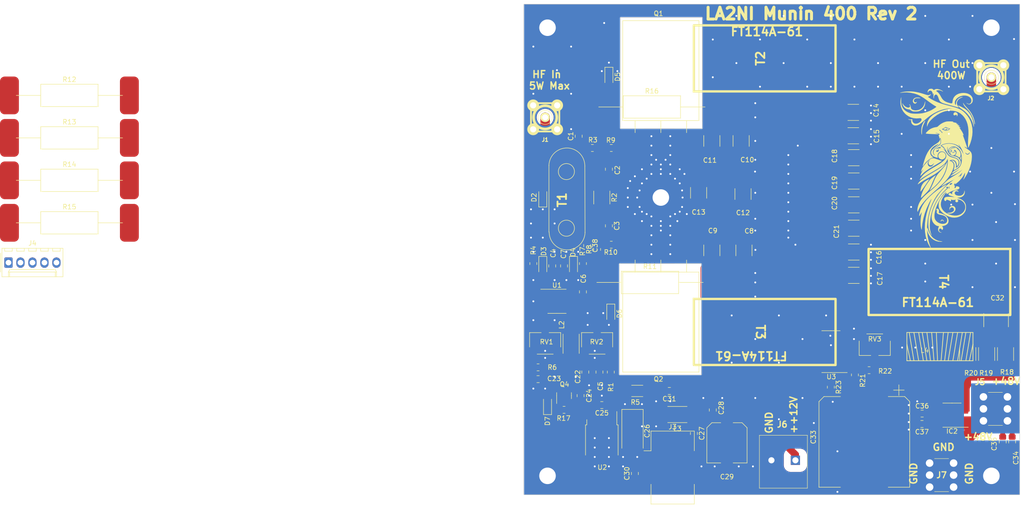
<source format=kicad_pcb>
(kicad_pcb (version 20221018) (generator pcbnew)
  (layers (0 "F.Cu" signal) (31 "B.Cu" signal) (34 "B.Paste" user) (35 "F.Paste" user) (36 "B.SilkS" user "B.Silkscreen") (37 "F.SilkS" user "F.Silkscreen") (38 "B.Mask" user) (39 "F.Mask" user) (44 "Edge.Cuts" user))
  (net 0 "")
  (net 1 "Net-(T1-SB)")
  (net 2 "Net-(C2-Pad2)")
  (net 3 "Net-(T1-SA)")
  (net 4 "Net-(C3-Pad2)")
  (net 5 "Net-(D3-A)")
  (net 6 "GND")
  (net 7 "Net-(C5-Pad1)")
  (net 8 "Net-(U1C-V+)")
  (net 9 "Net-(D4-A)")
  (net 10 "Net-(Q2-D)")
  (net 11 "Net-(D6-A1)")
  (net 12 "Net-(Q1-D)")
  (net 13 "Net-(D5-A2)")
  (net 14 "Net-(T2-SA)")
  (net 15 "Net-(T2-AB)")
  (net 16 "Net-(T4-SB)")
  (net 17 "Net-(T3-AB)")
  (net 18 "Net-(T4-AA)")
  (net 19 "Net-(Q4-D)")
  (net 20 "5V")
  (net 21 "Net-(U2-VI)")
  (net 22 "+12V")
  (net 23 "PTT_IN")
  (net 24 "+48V")
  (net 25 "Net-(IC2-FILTER)")
  (net 26 "Net-(D2-A2)")
  (net 27 "Net-(D3-K)")
  (net 28 "Net-(D4-K)")
  (net 29 "Net-(D7-A)")
  (net 30 "Net-(IC2-IP-_1)")
  (net 31 "Net-(IC2-VOUT)")
  (net 32 "Net-(J2-In)")
  (net 33 "A6")
  (net 36 "Net-(C8-Pad2)")
  (net 37 "Net-(C10-Pad2)")
  (net 38 "Net-(U3A--)")
  (net 39 "Net-(R21-Pad2)")
  (net 40 "Net-(R22-Pad1)")
  (net 48 "Net-(R1-Pad2)")
  (footprint "SMA_PINS:SMA_PINS" (layer "F.Cu") (at 54.5 88.99886)
    (fp_text reference "J1")
    (fp_text value "Conn_Coaxial" hide)
  )
  (footprint "Capacitor_SMD:C_0805_2012Metric_Pad1.18x1.45mm_HandSolder" (layer "F.Cu") (at 58.5 120.5 90)
    (fp_text reference "C7")
    (fp_text value "100n")
  )
  (footprint "Capacitor_SMD:C_0805_2012Metric_Pad1.18x1.45mm_HandSolder" (layer "F.Cu") (at 153.4 157.8 -90)
    (fp_text reference "C34")
    (fp_text value "1u")
  )
  (footprint "7461057:7461057" (layer "F.Cu") (at 147.32 148.26)
    (fp_text reference "J5")
    (fp_text value "Wurth Redcube 7461057" hide)
  )
  (footprint "Lib:Munin" (layer "F.Cu") (at 137.5 100)
    (fp_text reference "G***" hide)
    (fp_text value "LOGO" hide)
  )
  (footprint "Resistor_feedB:R_Axial_DIN0414_L11.9mm_D4.5mm_P25.40mm_Horizontal" (layer "F.Cu") (at 64.4 86.8)
    (fp_text reference "R16")
    (fp_text value "470R")
  )
  (footprint "Capacitor_SMD:C_1812_4532Metric_Pad1.57x3.40mm_HandSolder" (layer "F.Cu") (at 119.8625 117.55)
    (fp_text reference "C16")
    (fp_text value "100n" hide)
  )
  (footprint "Resistor_feedB:R_Axial_DIN0414_L11.9mm_D4.5mm_P25.40mm_Horizontal" (layer "F.Cu") (at -58.955 111.355)
    (fp_text reference "R15")
    (fp_text value "470R")
  )
  (footprint "Resistor_feedB:R_Axial_DIN0414_L11.9mm_D4.5mm_P25.40mm_Horizontal" (layer "F.Cu") (at -58.955 93.355)
    (fp_text reference "R13")
    (fp_text value "470R")
  )
  (footprint "Capacitor_SMD:C_0805_2012Metric_Pad1.18x1.45mm_HandSolder" (layer "F.Cu") (at 53 144.5 180)
    (fp_text reference "C23")
    (fp_text value "1u")
  )
  (footprint "Connector_IDC:IDC-Header_2x03_P2.54mm_Vertical_SMD" (layer "F.Cu") (at 81.5 163.24)
    (fp_text reference "J3")
    (fp_text value "Conn_02x03_Odd_Even")
  )
  (footprint "Potentiometer_SMD:Potentiometer_Bourns_3269W_Vertical" (layer "F.Cu") (at 124.3 137.2)
    (fp_text reference "RV3")
    (fp_text value "1k")
  )
  (footprint "MountingHole:MountingHole_3.5mm_Pad_TopBottom" (layer "F.Cu") (at 149 70)
    (fp_text reference "H4" hide)
    (fp_text value "MountingHole_Pad")
  )
  (footprint "Diode_SMD:D_SOD-323_HandSoldering" (layer "F.Cu") (at 54 106 90)
    (fp_text reference "D2")
    (fp_text value "CDSOD323-TC15")
  )
  (footprint "Capacitor_SMD:C_1812_4532Metric_Pad1.57x3.40mm_HandSolder" (layer "F.Cu") (at 119.8625 97.55)
    (fp_text reference "C18")
    (fp_text value "100n")
  )
  (footprint "Resistor_SMD:R_0805_2012Metric_Pad1.20x1.40mm_HandSolder" (layer "F.Cu") (at 115 146.2 -90)
    (fp_text reference "R23")
    (fp_text value "100R")
  )
  (footprint "Resistor_SMD:R_0805_2012Metric_Pad1.20x1.40mm_HandSolder" (layer "F.Cu") (at 68.5 116)
    (fp_text reference "R10")
    (fp_text value "1R")
  )
  (footprint "Capacitor_SMD:C_0805_2012Metric_Pad1.18x1.45mm_HandSolder" (layer "F.Cu") (at 86 156 -90)
    (fp_text reference "C27")
    (fp_text value "100n")
  )
  (footprint "Capacitor_SMD:C_1812_4532Metric_Pad1.57x3.40mm_HandSolder" (layer "F.Cu") (at 87 105 90)
    (fp_text reference "C13")
    (fp_text value "TBD")
  )
  (footprint "Diode_SMD:D_SOD-323_HandSoldering" (layer "F.Cu") (at 68 80.4 -90)
    (fp_text reference "D5")
    (fp_text value "CDSOD323-TC03")
  )
  (footprint "Resistor_SMD:R_0805_2012Metric_Pad1.20x1.40mm_HandSolder" (layer "F.Cu") (at 65.5 117 -90)
    (fp_text reference "R8")
    (fp_text value "22R")
  )
  (footprint "Capacitor_Tantalum_SMD:CP_EIA-7343-31_Kemet-D_Pad2.25x2.55mm_HandSolder" (layer "F.Cu") (at 73 155.5 -90)
    (fp_text reference "C26")
    (fp_text value "10u")
  )
  (footprint "MountingHole:MountingHole_3.5mm_Pad_TopBottom" (layer "F.Cu") (at 149 165)
    (fp_text reference "H2" hide)
    (fp_text value "MountingHole_Pad")
  )
  (footprint "Capacitor_SMD:CP_Elec_18x17.5" (layer "F.Cu") (at 122.1 157.8 -90)
    (fp_text reference "C33")
    (fp_text value "330u/63V")
  )
  (footprint "Capacitor_SMD:C_2220_5650Metric_Pad1.97x5.40mm_HandSolder" (layer "F.Cu") (at 150 132 90)
    (fp_text reference "C32")
    (fp_text value "22u/63V")
  )
  (footprint "Fair-Rite_2743021447:Fair-Rite_2743021447" (layer "F.Cu") (at 82.5 152 180)
    (fp_text reference "L3")
    (fp_text value "2743021447")
  )
  (footprint "Package_SO:SOIC-14_3.9x8.7mm_P1.27mm" (layer "F.Cu") (at 115.025 138.67 180)
    (fp_text reference "U3")
    (fp_text value "LMC660AIM_NOPB")
  )
  (footprint "Resistor_feedB:R_Axial_DIN0414_L11.9mm_D4.5mm_P25.40mm_Horizontal" (layer "F.Cu") (at -58.955 84.355)
    (fp_text reference "R12")
    (fp_text value "470R")
  )
  (footprint "Resistor_feedB:R_Axial_DIN0414_L11.9mm_D4.5mm_P25.40mm_Horizontal" (layer "F.Cu") (at -58.955 102.355)
    (fp_text reference "R14")
    (fp_text value "470R")
  )
  (footprint "Capacitor_SMD:C_0805_2012Metric_Pad1.18x1.45mm_HandSolder" (layer "F.Cu") (at 62.5 126 90)
    (fp_text reference "C6")
    (fp_text value "1u")
  )
  (footprint "Connector_Molex:Molex_KK-254_AE-6410-05A_1x05_P2.54mm_Vertical" (layer "F.Cu") (at -59.16 119.8)
    (fp_text reference "J4")
    (fp_text value "To P.A.")
  )
  (footprint "Resistor_SMD:R_0805_2012Metric_Pad1.20x1.40mm_HandSolder" (layer "F.Cu") (at 53 142)
    (fp_text reference "R6")
    (fp_text value "1.2k")
  )
  (footprint "Capacitor_SMD:C_1812_4532Metric_Pad1.57x3.40mm_HandSolder" (layer "F.Cu") (at 119.8625 122.5)
    (fp_text reference "C17")
    (fp_text value "100n")
  )
  (footprint "1711725:1711725" (layer "F.Cu") (at 107.5 161.7 180)
    (fp_text reference "J6")
    (fp_text value "Phoenix/1711725" hide)
  )
  (footprint "Diode_SMD:D_SOD-323_HandSoldering" (layer "F.Cu") (at 60.5 120.5 -90)
    (fp_text reference "D4")
    (fp_text value "BAS16J")
  )
  (footprint "Capacitor_SMD:C_1812_4532Metric_Pad1.57x3.40mm_HandSolder" (layer "F.Cu") (at 89.8 94 90)
    (fp_text reference "C11")
    (fp_text value "1u/250V")
  )
  (footprint "Capacitor_SMD:C_0805_2012Metric_Pad1.18x1.45mm_HandSolder" (layer "F.Cu") (at 62 148 90)
    (fp_text reference "C24")
    (fp_text value "1u")
  )
  (footprint "Capacitor_SMD:C_1812_4532Metric_Pad1.57x3.40mm_HandSolder" (layer "F.Cu") (at 119.7625 92.9)
    (fp_text reference "C15")
    (fp_text value "100n")
  )
  (footprint "Capacitor_SMD:C_1812_4532Metric_Pad1.57x3.40mm_HandSolder" (layer "F.Cu") (at 119.8625 102.5)
    (fp_text reference "C19")
    (fp_text value "100n")
  )
  (footprint "Capacitor_SMD:C_0805_2012Metric_Pad1.18x1.45mm_HandSolder" (layer "F.Cu") (at 68 100 90)
    (fp_text reference "C2")
    (fp_text value "10n")
  )
  (footprint "Resistor_SMD:R_1812_4532Metric_Pad1.30x3.40mm_HandSolder" (layer "F.Cu") (at 66.5 106 -90)
    (fp_text reference "R2")
    (fp_text value "5R6")
  )
  (footprint "Capacitor_SMD:C_1812_4532Metric_Pad1.57x3.40mm_HandSolder" (layer "F.Cu") (at 89.8 117.2 -90)
    (fp_text reference "C9")
    (fp_text value "10n/250V")
  )
  (footprint "Capacitor_SMD:C_0805_2012Metric_Pad1.18x1.45mm_HandSolder" (layer "F.Cu") (at 80.8 147 180)
    (fp_text reference "C31")
    (fp_text value "1u")
  )
  (footprint "Package_SO:SOIC-8_3.9x4.9mm_P1.27mm" (layer "F.Cu") (at 57 128)
    (fp_text reference "U1")
    (fp_text value "LM358")
  )
  (footprint "Capacitor_SMD:C_0805_2012Metric_Pad1.18x1.45mm_HandSolder" (layer "F.Cu") (at 134.3375 151.8 180)
    (fp_text reference "C36")
    (fp_text value "1n")
  )
  (footprint "Capacitor_SMD:C_0805_2012Metric_Pad1.18x1.45mm_HandSolder" (layer "F.Cu") (at 63 143 -90)
    (fp_text reference locked "C22")
    (fp_text value "100n")
  )
  (footprint "Capacitor_SMD:C_1812_4532Metric_Pad1.57x3.40mm_HandSolder" (layer "F.Cu") (at 96.4 105.2625 90)
    (fp_text reference "C12")
    (fp_text value "TBD")
  )
  (footprint "Capacitor_SMD:C_0805_2012Metric_Pad1.18x1.45mm_HandSolder" (layer "F.Cu") (at 134.3 154 180)
    (fp_text reference "C37")
    (fp_text value "1u")
  )
  (footprint "MountingHole:MountingHole_3.5mm_Pad_TopBottom" (layer "F.Cu") (at 55 165)
    (fp_text reference "H1" hide)
    (fp_text value "MountingHole_Pad")
  )
  (footprint "Potentiometer_SMD:Potentiometer_Bourns_3269W_Vertical" (layer "F.Cu") (at 54.5 136.915 180)
    (fp_text reference "RV1")
    (fp_text value "10k")
  )
  (footprint "Capacitor_SMD:C_0805_2012Metric_Pad1.18x1.45mm_HandSolder" (layer "F.Cu") (at 73.5 164.5 90)
    (fp_text reference "C30")
    (fp_text value "10n")
  )
  (footprint "Package_SO:SOIC-8_3.9x4.9mm_P1.27mm" (layer "F.Cu") (at 140.6625 152.135 180)
    (fp_text reference "IC2")
    (fp_text value "ACHS-7123-000E")
  )
  (footprint "Capacitor_SMD:C_0805_2012Metric_Pad1.18x1.45mm_HandSolder" (layer "F.Cu") (at 56 120.5 90)
    (fp_text reference "C4")
    (fp_text value "100n")
  )
  (footprint "Resistor_SMD:R_1812_4532Metric_Pad1.30x3.40mm_HandSolder" (layer "F.Cu") (at 144 139.175 -90)
    (fp_text reference "R20")
    (fp_text value "4R7")
  )
  (footprint "Resistor_SMD:R_0805_2012Metric_Pad1.20x1.40mm_HandSolder" (layer "F.Cu") (at 62.5 120 -90)
    (fp_text reference "R7")
    (fp_text value "220R")
  )
  (footprint "Potentiometer_SMD:Potentiometer_Bourns_3269W_Vertical" (layer "F.Cu") (at 65.5 136.915 180)
    (fp_text reference "RV2")
    (fp_text value "10k")
  )
  (footprint "Resistor_feedB:R_Axial_DIN0414_L11.9mm_D4.5mm_P25.40mm_Horizontal" (layer "F.Cu") (at 64 124)
    (fp_text reference "R11")
    (fp_text value "470R")
  )
  (footprint "Capacitor_SMD:C_0805_2012Metric_Pad1.18x1.45mm_HandSolder" (layer "F.Cu") (at 90 151.0375 90)
    (fp_text reference "C28")
    (fp_text value "100n")
  )
  (footprint "MRF300BN:TO-247-3_Horizontal_TabUp" (layer "F.Cu") (at 73.55 116.8475)
    (fp_text reference "Q2")
    (fp_text value "MRF300BN tab up")
  )
  (footprint "Capacitor_SMD:C_Elec_8x10.2" (layer "F.Cu") (at 93 158 -90)
    (fp_text reference "C29")
    (fp_text value "220u")
  )
  (footprint "Resistor_SMD:R_0805_2012Metric_Pad1.20x1.40mm_HandSolder" (layer "F.Cu") (at 52 120 -90)
    (fp_text reference "R4")
    (fp_text value "220R")
  )
  (footprint "Resistor_SMD:R_MELF_MMB-0207" (layer "F.Cu") (at 74 147)
    (fp_text reference "R5")
    (fp_text value "NTC10K")
  )
  (footprint "MountingHole:MountingHole_3.5mm_Pad_TopBottom" (layer "F.Cu") (at 79 106)
    (fp_text reference "H5" hide)
    (fp_text value "MountingHole_Pad")
  )
  (footprint "T50:T50_V_smd" (layer "F.Cu") (at 138.1 137.6 180)
    (fp_text reference "L4")
    (fp_text value "FT82-61?")
  )
  (footprint "Capacitor_SMD:C_0805_2012Metric_Pad1.18x1.45mm_HandSolder" (layer "F.Cu") (at 66 143 -90)
    (fp_text reference "C5")
    (fp_text value "100n")
  )
  (footprint "Diode_SMD:D_SOD-323_HandSoldering" (layer "F.Cu") (at 55 150 90)
    (fp_text reference "D7")
    (fp_text value "BAS16J")
  )
  (footprint "Resistor_SMD:R_0805_2012Metric_Pad1.20x1.40mm_HandSolder" (layer "F.Cu") (at 64.5 95.5 180)
    (fp_text reference "R3")
    (fp_text value "22R")
  )
  (footprint "FT114A:FT114A-61_out" (layer "F.Cu") (at 138 123.9 -90)
    (fp_text reference "T4")
    (fp_text value "5961001201")
  )
  (footprint "Diode_SMD:D_SOD-323_HandSoldering" (layer "F.Cu") (at 68.4 130.6 -90)
    (fp_text reference "D6")
    (fp_text value "CDSOD323-TC03")
  )
  (footprint "Resistor_SMD:R_1812_4532Metric_Pad1.30x3.40mm_HandSolder" (layer "F.Cu") (at 152 139.175 -90)
    (fp_text reference "R18")
    (fp_text value "4R7")
  )
  (footprint "MRF300AN:TO-247-3_Horizontal_TabDown" (layer "F.Cu") (at 73.55 94.6525)
    (fp_text reference "Q1")
    (fp_text value "MRF300AN tab dwn")
  )
  (footprint "Package_TO_SOT_SMD:SOT-23" (layer "F.Cu") (at 58.5 148 90)
    (fp_text reference "Q4")
    (fp_text value "BSS84")
  )
  (footprint "Capacitor_SMD:C_0805_2012Metric_Pad1.18x1.45mm_HandSolder" (layer "F.Cu") (at 151.4 157.8 -90)
    (fp_text reference "C35")
    (fp_text value "100n")
  )
  (footprint "7461057:7461057" (layer "F.Cu") (at 135.92 162.3)
    (fp_text reference "J7")
    (fp_text value "Wurth Redcube 7461057" hide)
  )
  (footprint "FT114A:FT114A-61_B" (layer "F.Cu") (at 101 134.5 -90)
    (fp_text reference "T3")
    (fp_text value "5961001201")
  )
  (footprint "BN43-202-master:BN43-202" (layer "F.Cu") (at 59 106.5 90)
    (fp_text reference "T1")
    (fp_text value "BN43-202  3:1")
  )
  (footprint "Capacitor_SMD:C_0805_2012Metric_Pad1.18x1.45mm_HandSolder" (layer "F.Cu") (at 66.5 150 180)
    (fp_text reference "C25")
    (fp_text value "1u")
  )
  (footprint "Capacitor_SMD:C_0805_2012Metric" (layer "F.Cu") (at 61.6 93 90)
    (fp_text reference "C1")
    (fp_text value "100n")
  )
  (footprint "Capacitor_SMD:C_0805_2012Metric" (layer "F.Cu") (at 63.4 116.2 -90)
    (fp_text reference "C38")
    (fp_text value "100n")
  )
  (footprint "Capacitor_SMD:C_1812_4532Metric_Pad1.57x3.40mm_HandSolder" (layer "F.Cu") (at 96.6 117.2 -90)
    (fp_text reference "C8")
    (fp_text value "1u/250V")
  )
  (footprint "Resistor_SMD:R_1812_4532Metric_Pad1.30x3.40mm_HandSolder" (layer "F.Cu") (at 148 139.175 -90)
    (fp_text reference "R19")
    (fp_text value "4R7")
  )
  (footprint "Capacitor_SMD:C_1812_4532Metric_Pad1.57x3.40mm_HandSolder" (layer "F.Cu") (at 119.8625 112.5)
    (fp_text reference "C21")
    (fp_text value "100n")
  )
  (footprint "Package_TO_SOT_SMD:TO-252-2" (layer "F.Cu") (at 66.5 157.5 -90)
    (fp_text reference "U2")
    (fp_text value "LM78M05_TO252")
  )
  (footprint "MountingHole:MountingHole_3.5mm_Pad_TopBottom" (layer "F.Cu") (at 55 70)
    (fp_text reference "H3" hide)
    (fp_text value "MountingHole_Pad")
  )
  (footprint "Fair-Rite_2743021447:Fair-Rite_2743021447" (layer "F.Cu") (at 60 137 -90)
    (fp_text reference locked "L2")
    (fp_text value "2743021447")
  )
  (footprint "Capacitor_SMD:C_1812_4532Metric_Pad1.57x3.40mm_HandSolder" (layer "F.Cu") (at 96 94 90)
    (fp_text reference "C10")
    (fp_text value "10n/250V")
  )
  (footprint "Capacitor_SMD:C_1812_4532Metric_Pad1.57x3.40mm_HandSolder" (layer "F.Cu") (at 119.7625 87.95)
    (fp_text reference "C14")
    (fp_text value "100n")
  )
  (footprint "FT114A:FT114A-61" (layer "F.Cu") (at 101 76.5 90)
    (fp_text reference "T2")
    (fp_text value "5961001201")
  )
  (footprint "Resistor_SMD:R_0805_2012Metric_Pad1.20x1.40mm_HandSolder" (layer "F.Cu") (at 123.1 142.6 180)
    (fp_text reference "R22")
    (fp_text value "10k")
  )
  (footprint "Resistor_SMD:R_0805_2012Metric_Pad1.20x1.40mm_HandSolder" (layer "F.Cu") (at 120.1 143.6 -90)
    (fp_text reference "R21")
    (fp_text value "27k")
  )
  (footprint "Resistor_SMD:R_0805_2012Metric_Pad1.20x1.40mm_HandSolder" (layer "F.Cu") (at 68.4 143 -90)
    (fp_text reference "R1")
    (fp_text value "6K8")
  )
  (footprint "SMA_PINS:SMA_PINS" (layer "F.Cu") (at 149 80.5 180)
    (fp_text reference "J2")
    (fp_text value "Conn_Coaxial" hide)
  )
  (footprint "Resistor_SMD:R_0805_2012Metric_Pad1.20x1.40mm_HandSolder" (layer "F.Cu") (at 58.5 151)
    (fp_text reference "R17")
    (fp_text value "10k")
  )
  (footprint "Resistor_SMD:R_0805_2012Metric_Pad1.20x1.40mm_HandSolder" (layer "F.Cu") (at 68.5 95.5)
    (fp_text reference "R9")
    (fp_text value "1R")
  )
  (footprint "Capacitor_SMD:C_0805_2012Metric_Pad1.18x1.45mm_HandSolder" (layer "F.Cu") (at 68 112 -90)
    (fp_text reference "C3")
    (fp_text value "10n")
  )
  (footprint "Capacitor_SMD:C_1812_4532Metric_Pad1.57x3.40mm_HandSolder" (layer "F.Cu") (at 119.8625 107.55)
    (fp_text reference "C20")
    (fp_text value "100n")
  )
  (footprint "Diode_SMD:D_SOD-323_HandSoldering" (layer "F.Cu") (at 54 120.5 -90)
    (fp_text reference "D3")
    (fp_text value "BAS16J")
  )
  (gr_rect (start 70.2 120) (end 87.6 143.6) (stroke (width 0.1)) (fill none) (layer "Edge.Cuts"))
  (gr_rect (start 70.4 67.8) (end 87.8 91.4) (stroke (width 0.1)) (fill none) (layer "Edge.Cuts"))
  (gr_rect (start 50 65) (end 155 169) (stroke (width 0.1)) (fill none) (layer "Edge.Cuts"))
  (gr_text "HF In \n5W Max" (at 55.4 83.2) (layer "F.SilkS") (effects (font (size 1.5 1.5) (thickness 0.3) bold) (justify bottom)))
  (gr_text "++12V" (at 108 156.2 90) (layer "F.SilkS") (effects (font (size 1.5 1.5) (thickness 0.3) bold) (justify left bottom)))
  (gr_text "GND" (at 145.2 167 90) (layer "F.SilkS") (effects (font (size 1.5 1.5) (thickness 0.3) bold) (justify left bottom)))
  (gr_text "+48V" (at 143 157.6) (layer "F.SilkS") (effects (font (size 1.5 1.5) (thickness 0.3) bold) (justify left bottom)))
  (gr_text "GND" (at 102.8 156.2 90) (layer "F.SilkS") (effects (font (size 1.5 1.5) (thickness 0.3) bold) (justify left bottom)))
  (gr_text "+48V" (at 148.9 145.8) (layer "F.SilkS") (effects (font (size 1.5 1.5) (thickness 0.3) bold) (justify left bottom)))
  (gr_text "GND" (at 136.4 159.8) (layer "F.SilkS") (effects (font (size 1.5 1.5) (thickness 0.3) bold) (justify left bottom)))
  (gr_text "LA2NI Munin 400 Rev 2\n" (at 88 68.5) (layer "F.SilkS") (effects (font (size 2.5 2.5) (thickness 0.625) bold) (justify left bottom)))
  (gr_text "GND" (at 133.4 167 90) (layer "F.SilkS") (effects (font (size 1.5 1.5) (thickness 0.3) bold) (justify left bottom)))
  (gr_text "HF Out\n400W" (at 140.5 81) (layer "F.SilkS") (effects (font (size 1.5 1.5) (thickness 0.3) bold) (justify bottom)))
  (segment (start 64 101.275) (end 66.5 103.775) (width 1.5) (layer "F.Cu") (net 1))
  (segment (start 68 102.275) (end 66.5 103.775) (width 1) (layer "F.Cu") (net 1))
  (segment (start 64 100.5) (end 64 101.275) (width 1.5) (layer "F.Cu") (net 1))
  (segment (start 68 101.0375) (end 68 102.275) (width 1) (layer "F.Cu") (net 1))
  (segment (start 67.5 98.4625) (end 68 98.9625) (width 0.7) (layer "F.Cu") (net 2))
  (segment (start 67.5 95.5) (end 67.5 98.4625) (width 0.7) (layer "F.Cu") (net 2))
  (segment (start 65.5 95.5) (end 67.5 95.5) (width 0.7) (layer "F.Cu") (net 2))
  (segment (start 68 110.9625) (end 68 109.725) (width 1) (layer "F.Cu") (net 3))
  (segment (start 66.5 108.225) (end 66.5 109) (width 1.5) (layer "F.Cu") (net 3))
  (segment (start 68 109.725) (end 66.5 108.225) (width 1) (layer "F.Cu") (net 3))
  (segment (start 66.5 109) (end 64 111.5) (width 1.5) (layer "F.Cu") (net 3))
  (segment (start 67.5 113.5375) (end 68 113.0375) (width 0.7) (layer "F.Cu") (net 4))
  (segment (start 65.5 116) (end 67.5 116) (width 0.7) (layer "F.Cu") (net 4))
  (segment (start 67.5 116) (end 67.5 113.5375) (width 0.7) (layer "F.Cu") (net 4))
  (segment (start 54.525 122.275) (end 54 121.75) (width 0.4) (layer "F.Cu") (net 5))
  (segment (start 54.525 128.635) (end 54.525 127.365) (width 0.4) (layer "F.Cu") (net 5))
  (segment (start 54.5 134.5) (end 54.5 132) (width 0.4) (layer "F.Cu") (net 5))
  (segment (start 56.5 130) (end 56.5 128) (width 0.4) (layer "F.Cu") (net 5))
  (segment (start 55.865 127.365) (end 54.525 127.365) (width 0.4) (layer "F.Cu") (net 5))
  (segment (start 54.525 127.365) (end 54.525 126.095) (width 0.4) (layer "F.Cu") (net 5))
  (segment (start 54.5 132) (end 56.5 130) (width 0.4) (layer "F.Cu") (net 5))
  (segment (start 54 121.75) (end 52.75 121.75) (width 0.7) (layer "F.Cu") (net 5))
  (segment (start 56.5 128) (end 55.865 127.365) (width 0.4) (layer "F.Cu") (net 5))
  (segment (start 54.525 126.095) (end 54.525 122.275) (width 0.4) (layer "F.Cu") (net 5))
  (segment (start 52.75 121.75) (end 52 121) (width 0.7) (layer "F.Cu") (net 5))
  (segment (start 54 121.75) (end 55.7875 121.75) (width 0.7) (layer "F.Cu") (net 5))
  (segment (start 55.7875 121.75) (end 56 121.5375) (width 0.7) (layer "F.Cu") (net 5))
  (segment (start 99 113) (end 99.8 113.8) (width 1) (layer "F.Cu") (net 6))
  (segment (start 99.55 117.1) (end 99.024874 117.1) (width 1) (layer "F.Cu") (net 6))
  (segment (start 99.6 104.9) (end 99.1 104.9) (width 1) (layer "F.Cu") (net 6))
  (segment (start 106 101) (end 106 103) (width 1.5) (layer "F.Cu") (net 6))
  (segment (start 99.6 109.9) (end 99 110.5) (width 1) (layer "F.Cu") (net 6))
  (segment (start 99 105) (end 99.6 105.6) (width 1) (layer "F.Cu") (net 6))
  (segment (start 99 98) (end 99 100.4505) (width 1) (layer "F.Cu") (net 6))
  (segment (start 106 105) (end 106 107) (width 1.5) (layer "F.Cu") (net 6))
  (segment (start 99 94) (end 99.2 94.2) (width 1) (layer "F.Cu") (net 6))
  (segment (start 99 94) (end 99.2 93.8) (width 1) (layer "F.Cu") (net 6))
  (segment (start 99.2 97.8) (end 99 98) (width 1) (layer "F.Cu") (net 6))
  (segment (start 133.3 151.2) (end 133.3 151.8) (width 0.6) (layer "F.Cu") (net 6))
  (segment (start 106 107) (end 106 109) (width 1.5) (layer "F.Cu") (net 6))
  (segment (start 99.2 94.2) (end 99.2 97.8) (width 1) (layer "F.Cu") (net 6))
  (segment (start 106 97) (end 106 99) (width 1.5) (layer "F.Cu") (net 6))
  (segment (start 106 109) (end 106 111) (width 1.5) (layer "F.Cu") (net 6))
  (segment (start 99.024874 117.100002) (end 100 118.075128) (width 1) (layer "F.Cu") (net 6))
  (segment (start 134.27 150.23) (end 133.3 151.2) (width 0.6) (layer "F.Cu") (net 6))
  (segment (start 100 121) (end 99 122) (width 1) (layer "F.Cu") (net 6))
  (segment (start 106 103) (end 106 105) (width 1.5) (layer "F.Cu") (net 6))
  (segment (start 138.1875 150.23) (end 134.27 150.23) (width 0.6) (layer "F.Cu") (net 6))
  (segment (start 106 114.5) (end 107.5 116) (width 1.5) (layer "F.Cu") (net 6))
  (segment (start 99.2 93.8) (end 99.2 89.2) (width 1) (layer "F.Cu") (net 6))
  (segment (start 99.8 116.85) (end 99.55 117.1) (width 1) (layer "F.Cu") (net 6))
  (segment (start 99.8 113.8) (end 99.8 116.85) (width 1) (layer "F.Cu") (net 6))
  (segment (start 98.9505 100.5) (end 99.6 101.1495) (width 1) (layer "F.Cu") (net 6))
  (segment (start 99 100.4505) (end 98.9505 100.5) (width 1) (layer "F.Cu") (net 6))
  (segment (start 99.2 89.2) (end 99 89) (width 1) (layer "F.Cu") (net 6))
  (segment (start 99.1 104.9) (end 99 105) (width 1) (layer "F.Cu") (net 6))
  (segment (start 106 113) (end 106 114.5) (width 1.5) (layer "F.Cu") (net 6))
  (segment (start 106 99) (end 106 101) (width 1.5) (layer "F.Cu") (net 6))
  (segment (start 108 95) (end 106 97) (width 1.5) (layer "F.Cu") (net 6))
  (segment (start 99.6 105.6) (end 99.6 109.9) (width 1) (layer "F.Cu") (net 6))
  (segment (start 106 111) (end 106 113) (width 1.5) (layer "F.Cu") (net 6))
  (segment (start 99 110.5) (end 99 113) (width 1) (layer "F.Cu") (net 6))
  (segment (start 99.6 101.1495) (end 99.6 104.9) (width 1) (layer "F.Cu") (net 6))
  (segment (start 100 118.075128) (end 100 121) (width 1) (layer "F.Cu") (net 6))
  (via (at 54.5 146.5) (size 0.8) (drill 0.4) (layers "F.Cu" "B.Cu") (net 6))
  (via (at 99 124) (size 0.8) (drill 0.4) (layers "F.Cu" "B.Cu") (net 6))
  (via (at 135 77.5) (size 0.8) (drill 0.4) (layers "F.Cu" "B.Cu") (net 6))
  (via (at 75 154.5) (size 0.8) (drill 0.4) (layers "F.Cu" "B.Cu") (net 6))
  (via (at 69.8 79.2) (size 0.8) (drill 0.4) (layers "F.Cu" "B.Cu") (net 6))
  (via (at 72 106) (size 0.8) (drill 0.4) (layers "F.Cu" "B.Cu") (net 6))
  (via (at 106 103) (size 0.8) (drill 0.4) (layers "F.Cu" "B.Cu") (net 6))
  (via (at 77 101) (size 0.8) (drill 0.4) (layers "F.Cu" "B.Cu") (net 6))
  (via (at 132 113) (size 0.8) (drill 0.4) (layers "F.Cu" "B.Cu") (net 6))
  (via (at 74.5 104.5) (size 0.8) (drill 0.4) (layers "F.Cu" "B.Cu") (net 6))
  (via (at 77 118) (size 0.8) (drill 0.4) (layers "F.Cu" "B.Cu") (net 6))
  (via (at 110 82.5) (size 0.8) (drill 0.4) (layers "F.Cu" "B.Cu") (net 6))
  (via (at 145 67.5) (size 0.8) (drill 0.4) (layers "F.Cu" "B.Cu") (net 6))
  (via (at 65 159) (size 0.8) (drill 0.4) (layers "F.Cu" "B.Cu") (net 6))
  (via (at 99 98) (size 0.8) (drill 0.4) (layers "F.Cu" "B.Cu") (net 6))
  (via (at 65 157) (size 0.8) (drill 0.4) (layers "F.Cu" "B.Cu") (net 6))
  (via (at 72 104) (size 0.8) (drill 0.4) (layers "F.Cu" "B.Cu") (net 6))
  (via (at 80 98) (size 0.8) (drill 0.4) (layers "F.Cu" "B.Cu") (net 6))
  (via (at 123.5 89.7) (size 0.8) (drill 0.4) (layers "F.Cu" "B.Cu") (net 6))
  (via (at 135 87.5) (size 0.8) (drill 0.4) (layers "F.Cu" "B.Cu") (net 6))
  (via (at 115.4 149.3) (size 0.8) (drill 0.4) (layers "F.Cu" "B.Cu") (net 6))
  (via (at 72 108) (size 0.8) (drill 0.4) (layers "F.Cu" "B.Cu") (net 6))
  (via (at 75 149.8) (size 0.8) (drill 0.4) (layers "F.Cu" "B.Cu") (net 6))
  (via (at 60 84) (size 0.8) (drill 0.4) (layers "F.Cu" "B.Cu") (net 6))
  (via (at 71 161) (size 0.8) (drill 0.4) (layers "F.Cu" "B.Cu") (net 6))
  (via (at 98.5 163) (size 0.8) (drill 0.4) (layers "F.Cu" "B.Cu") (net 6))
  (via (at 125 82.5) (size 0.8) (drill 0.4) (layers "F.Cu" "B.Cu") (net 6))
  (via (at 68 163) (size 0.8) (drill 0.4) (layers "F.Cu" "B.Cu") (net 6))
  (via (at 83 100) (size 0.8) (drill 0.4) (layers "F.Cu" "B.Cu") (net 6))
  (via (at 52 117.5) (size 0.8) (drill 0.4) (layers "F.Cu" "B.Cu") (net 6))
  (via (at 131.5 151.8) (size 0.8) (drill 0.4) (layers "F.Cu" "B.Cu") (net 6))
  (via (at 56.5 123.5) (size 0.8) (drill 0.4) (layers "F.Cu" "B.Cu") (net 6))
  (via (at 52 84) (size 0.8) (drill 0.4) (layers "F.Cu" "B.Cu") (net 6))
  (via (at 61.5 117.5) (size 0.8) (drill 0.4) (layers "F.Cu" "B.Cu") (net 6))
  (via (at 150 120) (size 0.8) (drill 0.4) (layers "F.Cu" "B.Cu") (net 6))
  (via (at 78 98) (size 0.8) (drill 0.4) (layers "F.Cu" "B.Cu") (net 6))
  (via (at 78 154.5) (size 0.8) (drill 0.4) (layers "F.Cu" "B.Cu") (net 6))
  (via (at 73.5 101.5) (size 0.8) (drill 0.4) (layers "F.Cu" "B.Cu") (net 6))
  (via (at 144.5 82.5) (size 0.8) (drill 0.4) (layers "F.Cu" "B.Cu") (net 6))
  (via (at 109 148.5) (size 0.8) (drill 0.4) (layers "F.Cu" "B.Cu") (net 6))
  (via (at 106 105) (size 0.8) (drill 0.4) (layers "F.Cu" "B.Cu") (net 6))
  (via (at 123.5 121) (size 0.8) (drill 0.4) (layers "F.Cu" "B.Cu") (net 6))
  (via (at 109 136) (size 0.8) (drill 0.4) (layers "F.Cu" "B.Cu") (net 6))
  (via (at 106 109) (size 0.8) (drill 0.4) (layers "F.Cu" "B.Cu") (net 6))
  (via (at 132 99.5) (size 0.8) (drill 0.4) (layers "F.Cu" "B.Cu") (net 6))
  (via (at 100 82.5) (size 0.8) (drill 0.4) (layers "F.Cu" "B.Cu") (net 6))
  (via (at 66.5 148) (size 0.8) (drill 0.4) (layers "F.Cu" "B.Cu") (net 6))
  (via (at 63.5 133) (size 0.8) (drill 0.4) (layers "F.Cu" "B.Cu") (net 6))
  (via (at 99 105) (size 0.8) (drill 0.4) (layers "F.Cu" "B.Cu") (net 6))
  (via (at 123.5 117.6) (size 0.8) (drill 0.4) (layers "F.Cu" "B.Cu") (net 6))
  (via (at 74 106) (size 0.8) (drill 0.4) (layers "F.Cu" "B.Cu") (net 6))
  (via (at 145 107.5) (size 0.8) (drill 0.4) (layers "F.Cu" "B.Cu") (net 6))
  (via (at 100 72.5) (size 0.8) (drill 0.4) (layers "F.Cu" "B.Cu") (net 6))
  (via (at 81 116) (size 0.8) (drill 0.4) (layers "F.Cu" "B.Cu") (net 6))
  (via (at 90 72.5) (size 0.8) (drill 0.4) (layers "F.Cu" "B.Cu") (net 6))
  (via (at 71 163) (size 0.8) (drill 0.4) (layers "F.Cu" "B.Cu") (net 6))
  (via (at 51.5 111.5) (size 0.8) (drill 0.4) (layers "F.Cu" "B.Cu") (net 6))
  (via (at 63.8 148) (size 0.8) (drill 0.4) (layers "F.Cu" "B.Cu") (net 6))
  (via (at 130 92.5) (size 0.8) (drill 0.4) (layers "F.Cu" "B.Cu") (net 6))
  (via (at 145 125) (size 0.8) (drill 0.4) (layers "F.Cu" "B.Cu") (net 6))
  (via (at 82 109.5) (size 0.8) (drill 0.4) (layers "F.Cu" "B.Cu") (net 6))
  (via (at 83.5 104.5) (size 0.8) (drill 0.4) (layers "F.Cu" "B.Cu") (net 6))
  (via (at 82.5 111) (size 0.8) (drill 0.4) (layers "F.Cu" "B.Cu") (net 6))
  (via (at 123.5 93.1) (size 0.8) (drill 0.4) (layers "F.Cu" "B.Cu") (net 6))
  (via (at 77 110) (size 0.8) (drill 0.4) (layers "F.Cu" "B.Cu") (net 6))
  (via (at 59 123.5) (size 0.8) (drill 0.4) (layers "F.Cu" "B.Cu") (net 6))
  (via (at 51.5 114.5) (size 0.8) (drill 0.4) (layers "F.Cu" "B.Cu") (net 6))
  (via (at 56.5 108.5) (size 0.8) (drill 0.4) (layers "F.Cu" "B.Cu") (net 6))
  (via (at 149 95.5) (size 0.8) (drill 0.4) (layers "F.Cu" "B.Cu") (net 6))
  (via (at 66.8 130.5) (size 0.8) (drill 0.4) (layers "F.Cu" "B.Cu") (net 6))
  (via (at 132 108) (size 0.8) (drill 0.4) (layers "F.Cu" "B.Cu") (net 6))
  (via (at 68 159) (size 0.8) (drill 0.4) (layers "F.Cu" "B.Cu") (net 6))
  (via (at 106 97) (size 0.8) (drill 0.4) (layers "F.Cu" "B.Cu") (net 6))
  (via (at 140 92.5) (size 0.8) (drill 0.4) (layers "F.Cu" "B.Cu") (net 6))
  (via (at 125 67.5) (size 0.8) (drill 0.4) (layers "F.Cu" "B.Cu") (net 6))
  (via (at 95 67.5) (size 0.8) (drill 0.4) (layers "F.Cu" "B.Cu") (net 6))
  (via (at 77 99) (size 0.8) (drill 0.4) (layers "F.Cu" "B.Cu") (net 6))
  (via (at 99 113) (size 0.8) (drill 0.4) (layers "F.Cu" "B.Cu") (net 6))
  (via (at 94 141) (size 0.8) (drill 0.4) (layers "F.Cu" "B.Cu") (net 6))
  (via (at 140.5 107.5) (size 0.8) (drill 0.4) (layers "F.Cu" "B.Cu") (net 6))
  (via (at 65 161) (size 0.8) (drill 0.4) (layers "F.Cu" "B.Cu") (net 6))
  (via (at 150 111.2) (size 0.8) (drill 0.4) (layers "F.Cu" "B.Cu") (net 6))
  (via (at 61 144) (size 0.8) (drill 0.4) (layers "F.Cu" "B.Cu") (net 6))
  (via (at 145 77.5) (size 0.8) (drill 0.4) (layers "F.Cu" "B.Cu") (net 6))
  (via (at 77 95) (size 0.8) (drill 0.4) (layers "F.Cu" "B.Cu") (net 6))
  (via (at 115 77.5) (size 0.8) (drill 0.4) (layers "F.Cu" "B.Cu") (net 6))
  (via (at 145 115) (size 0.8) (drill 0.4) (layers "F.Cu" "B.Cu") (net 6))
  (via (at 65 138.5) (size 0.8) (drill 0.4) (layers "F.Cu" "B.Cu") (net 6))
  (via (at 59 117.5) (size 0.8) (drill 0.4) (layers "F.Cu" "B.Cu") (net 6))
  (via (at 76 109.5) (size 0.8) (drill 0.4) (layers "F.Cu" "B.Cu") (net 6))
  (via (at 111.4 153.8) (size 0.8) (drill 0.4) (layers "F.Cu" "B.Cu") (net 6))
  (via (at 75 111) (size 0.8) (drill 0.4) (layers "F.Cu" "B.Cu") (net 6))
  (via (at 144.5 100.5) (size 0.8) (drill 0.4) (layers "F.Cu" "B.Cu") (net 6))
  (via (at 154 115) (size 0.8) (drill 0.4) (layers "F.Cu" "B.Cu") (net 6))
  (via (at 99 122) (size 0.8) (drill 0.4) (layers "F.Cu" "B.Cu") (net 6))
  (via (at 90.4 163) (size 0.8) (drill 0.4) (layers "F.Cu" "B.Cu") (net 6))
  (via (at 51.5 108.5) (size 0.8) (drill 0.4) (layers "F.Cu" "B.Cu") (net 6))
  (via (at 154 107.4) (size 0.8) (drill 0.4) (layers "F.Cu" "B.Cu") (net 6))
  (via (at 61.5 123.5) (size 0.8) (drill 0.4) (layers "F.Cu" "B.Cu") (net 6))
  (via (at 81 101) (size 0.8) (drill 0.4) (layers "F.Cu" "B.Cu") (net 6))
  (via (at 56.5 111.5) (size 0.8) (drill 0.4) (layers "F.Cu" "B.Cu") (net 6))
  (via (at 114 131) (size 0.8) (drill 0.4) (layers "F.Cu" "B.Cu") (net 6))
  (via (at 140 72.5) (size 0.8) (drill 0.4) (layers "F.Cu" "B.Cu") (net 6))
  (via (at 84.5 109.5) (size 0.8) (drill 0.4) (layers "F.Cu" "B.Cu") (net 6))
  (via (at 98.9505 100.5) (size 0.8) (drill 0.4) (layers "F.Cu" "B.Cu") (net 6))
  (via (at 99 127) (size 0.8) (drill 0.4) (layers "F.Cu" "B.Cu") (net 6))
  (via (at 83 109) (size 0.8) (drill 0.4) (layers "F.Cu" "B.Cu") (net 6))
  (via (at 54 108.5) (size 0.8) (drill 0.4) (layers "F.Cu" "B.Cu") (net 6))
  (via (at 116.4 159.8) (size 0.8) (drill 0.4) (layers "F.Cu" "B.Cu") (net 6))
  (via (at 81 118) (size 0.8) (drill 0.4) (layers "F.Cu" "B.Cu") (net 6))
  (via (at 83.6 106) (size 0.8) (drill 0.4) (layers "F.Cu" "B.Cu") (net 6))
  (via (at 119.9 133.8) (size 0.8) (drill 0.4) (layers "F.Cu" "B.Cu") (net 6))
  (via (at 63.5 130.5) (size 0.8) (drill 0.4) (layers "F.Cu" "B.Cu") (net 6))
  (via (at 52 146.5) (size 0.8) (drill 0.4) (layers "F.Cu" "B.Cu") (net 6))
  (via (at 106 111) (size 0.8) (drill 0.4) (layers "F.Cu" "B.Cu") (net 6))
  (via (at 65 163) (size 0.8) (drill 0.4) (layers "F.Cu" "B.Cu") (net 6))
  (via (at 68 77.4) (size 0.8) (drill 0.4) (layers "F.Cu" "B.Cu") (net 6))
  (via (at 60 91.5) (size 0.8) (drill 0.4) (layers "F.Cu" "B.Cu") (net 6))
  (via (at 66.5 79.2) (size 0.8) (drill 0.4) (layers "F.Cu" "B.Cu") (net 6))
  (via (at 140 87.5) (size 0.8) (drill 0.4) (layers "F.Cu" "B.Cu") (net 6))
  (via (at 99 136) (size 0.8) (drill 0.4) (layers "F.Cu" "B.Cu") (net 6))
  (via (at 132 102) (size 0.8) (drill 0.4) (layers "F.Cu" "B.Cu") (net 6))
  (via (at 119.9 136) (size 0.8) (drill 0.4) (layers "F.Cu" "B.Cu") (net 6))
  (via (at 130 82.5) (size 0.8) (drill 0.4) (layers "F.Cu" "B.Cu") (net 6))
  (via (at 135 120) (size 0.8) (drill 0.4) (layers "F.Cu" "B.Cu") (net 6))
  (via (at 135 123.8) (size 0.8) (drill 0.4) (layers "F.Cu" "B.Cu") (net 6))
  (via (at 106 107) (size 0.8) (drill 0.4) (layers "F.Cu" "B.Cu") (net 6))
  (via (at 68 161) (size 0.8) (drill 0.4) (layers "F.Cu" "B.Cu") (net 6))
  (via (at 130 72.5) (size 0.8) (drill 0.4) (layers "F.Cu" "B.Cu") (net 6))
  (via (at 132 97) (size 0.8) (drill 0.4) (layers "F.Cu" "B.Cu") (net 6))
  (via (at 78 149.2) (size 0.8) (drill 0.4) (layers "F.Cu" "B.Cu") (net 6))
  (via (at 92 148.5) (size 0.8) (drill 0.4) (layers "F.Cu" "B.Cu") (net 6))
  (via (at 120 72.5) (size 0.8) (drill 0.4) (layers "F.Cu" "B.Cu") (net 6))
  (via (at 123.5 86.5) (size 0.8) (drill 0.4) (layers "F.Cu" "B.Cu") (net 6))
  (via (at 125 77.5) (size 0.8) (drill 0.4) (layers "F.Cu" "B.Cu") (net 6))
  (via (at 133.3 149.2) (size 0.8) (drill 0.4) (layers "F.Cu" "B.Cu") (net 6))
  (via (at 105 77.5) (size 0.8) (drill 0.4) (layers "F.Cu" "B.Cu") (net 6))
  (via (at 153.8 72.4) (size 0.8) (drill 0.4) (layers "F.Cu" "B.Cu") (net 6))
  (via (at 79 113) (size 0.8) (drill 0.4) (layers "F.Cu" "B.Cu") (net 6))
  (via (at 94 131) (size 0.8) (drill 0.4) (layers "F.Cu" "B.Cu") (net 6))
  (via (at 63.8 145.8) (size 0.8) (drill 0.4) (layers "F.Cu" "B.Cu") (net 6))
  (via (at 79 111) (size 0.8) (drill 0.4) (layers "F.Cu" "B.Cu") (net 6))
  (via (at 52 128) (size 0.8) (drill 0.4) (layers "F.Cu" "B.Cu") (net 6))
  (via (at 81 114) (size 0.8) (drill 0.4) (layers "F.Cu" "B.Cu") (net 6))
  (via (at 76 102) (size 0.8) (drill 0.4) (layers "F.Cu" "B.Cu") (net 6))
  (via (at 79 101) (size 0.8) (drill 0.4) (layers "F.Cu" "B.Cu") (net 6))
  (via (at 106 101) (size 0.8) (drill 0.4) (layers "F.Cu" "B.Cu") (net 6))
  (via (at 56.5 117.5) (size 0.8) (drill 0.4) (layers "F.Cu" "B.Cu") (net 6))
  (via (at 99 148.5) (size 0.8) (drill 0.4) (layers "F.Cu" "B.Cu") (net 6))
  (via (at 67 69) (size 0.8) (drill 0.4) (layers "F.Cu" "B.Cu") (net 6))
  (via (at 106 113) (size 0.8) (drill 0.4) (layers "F.Cu" "B.Cu") (net 6))
  (via (at 90 80.5) (size 0.8) (drill 0.4) (layers "F.Cu" "B.Cu") (net 6))
  (via (at 132.9 137.8) (size 0.8) (drill 0.4) (layers "F.Cu" "B.Cu") (net 6))
  (via (at 132 110.5) (size 0.8) (drill 0.4) (layers "F.Cu" "B.Cu") (net 6))
  (via (at 74 161) (size 0.8) (drill 0.4) (layers "F.Cu" "B.Cu") (net 6))
  (via (at 79 99) (size 0.8) (drill 0.4) (layers "F.Cu" "B.Cu") (net 6))
  (via (at 77 112) (size 0.8) (drill 0.4) (layers "F.Cu" "B.Cu") (net 6))
  (via (at 99 94) (size 0.8) (drill 0.4) (layers "F.Cu" "B.Cu") (net 6))
  (via (at 115 67.5) (size 0.8) (drill 0.4) (layers "F.Cu" "B.Cu") (net 6))
  (via (at 153.8 100.5) (size 0.8) (drill 0.4) (layers "F.Cu" "B.Cu") (net 6))
  (via (at 87.6 163) (size 0.8) (drill 0.4) (layers "F.Cu" "B.Cu") (net 6))
  (via (at 81 149.2) (size 0.8) (drill 0.4) (layers "F.Cu" "B.Cu") (net 6))
  (via (at 123.5 122.6) (size 0.8) (drill 0.4) (layers "F.Cu" "B.Cu") (net 6))
  (via (at 131.5 150) (size 0.8) (drill 0.4) (layers "F.Cu" "B.Cu") (net 6))
  (via (at 114.9 135.3) (size 0.8) (drill 0.4) (layers "F.Cu" "B.Cu") (net 6))
  (via (at 81 97) (size 0.8) (drill 0.4) (layers "F.Cu" "B.Cu") (net 6))
  (via (at 95.5 163) (size 0.8) (drill 0.4) (layers "F.Cu" "B.Cu") (net 6))
  (via (at 110 72.5) (size 0.8) (drill 0.4) (layers "F.Cu" "B.Cu") (net 6))
  (via (at 57 79) (size 0.8) (drill 0.4) (layers "F.Cu" "B.Cu") (net 6))
  (via (at 104 141) (size 0.8) (drill 0.4) (layers "F.Cu" "B.Cu") (net 6))
  (via (at 81 95) (size 0.8) (drill 0.4) (layers "F.Cu" "B.Cu") (net 6))
  (via (at 81 110) (size 0.8) (drill 0.4) (layers "F.Cu" "B.Cu") (net 6))
  (via (at 79 112) (size 0.8) (drill 0.4) (layers "F.Cu" "B.Cu") (net 6))
  (via (at 104 153) (size 0.8) (drill 0.4) (layers "F.Cu" "B.Cu") (net 6))
  (via (at 123.5 94.7) (size 0.8) (drill 0.4) (layers "F.Cu" "B.Cu") (net 6))
  (via (at 82 102) (size 0.8) (drill 0.4) (layers "F.Cu" "B.Cu") (net 6))
  (via (at 84 101) (size 0.8) (drill 0.4) (layers "F.Cu" "B.Cu") (net 6))
  (via (at 81 99) (size 0.8) (drill 0.4) (layers "F.Cu" "B.Cu") (net 6))
  (via (at 131.5 155.2) (size 0.8) (drill 0.4) (layers "F.Cu" "B.Cu") (net 6))
  (via (at 115 82.5) (size 0.8) (drill 0.4) (layers "F.Cu" "B.Cu") (net 6))
  (via (at 74.5 108) (size 0.8) (drill 0.4) (layers "F.Cu" "B.Cu") (net 6))
  (via (at 52 132) (size 0.8) (drill 0.4) (layers "F.Cu" "B.Cu") (net 6))
  (via (at 130.1 137.8) (size 0.8) (drill 0.4) (layers "F.Cu" "B.Cu") (net 6))
  (via (at 99 110.5) (size 0.8) (drill 0.4) (layers "F.Cu" "B.Cu") (net 6))
  (via (at 154 125) (size 0.8) (drill 0.4) (layers "F.Cu" "B.Cu") (net 6))
  (via (at 66.5 145.8) (size 0.8) (drill 0.4) (layers "F.Cu" "B.Cu") (net 6))
  (via (at 75 100) (size 0.8) (drill 0.4) (layers "F.Cu" "B.Cu") (net 6))
  (via (at 88 148.5) (size 0.8) (drill 0.4) (layers "F.Cu" "B.Cu") (net 6))
  (via (at 75 109) (size 0.8) (drill 0.4) (layers "F.Cu" "B.Cu") (net 6))
  (via (at 115.025 137.3) (size 0.8) (drill 0.4) (layers "F.Cu" "B.Cu") (net 6))
  (via (at 73.5 109.5) (size 0.8) (drill 0.4) (layers "F.Cu" "B.Cu") (net 6))
  (via (at 81 93) (size 0.8) (drill 0.4) (layers "F.Cu" "B.Cu") (net 6))
  (via (at 120 82.5) (size 0.8) (drill 0.4) (layers "F.Cu" "B.Cu") (net 6))
  (via (at 99 89) (size 0.8) (drill 0.4) (layers "F.Cu" "B.Cu") (net 6))
  (via (at 104 131) (size 0.8) (drill 0.4) (layers "F.Cu" "B.Cu") (net 6))
  (via (at 77 116) (size 0.8) (drill 0.4) (layers "F.Cu" "B.Cu") (net 6))
  (via (at 68 157) (size 0.8) (drill 0.4) (layers "F.Cu" "B.Cu") (net 6))
  (via (at 56.5 132) (size 0.8) (drill 0.4) (layers "F.Cu" "B.Cu") (net 6))
  (via (at 106 114.5) (size 0.8) (drill 0.4) (layers "F.Cu" "B.Cu") (net 6))
  (via (at 135 115) (size 0.8) (drill 0.4) (layers "F.Cu" "B.Cu") (net 6))
  (via (at 149 105) (size 0.8) (drill 0.4) (layers "F.Cu" "B.Cu") (net 6))
  (via (at 81 112) (size 0.8) (drill 0.4) (layers "F.Cu" "B.Cu") (net 6))
  (via (at 136.5 137.8) (size 0.8) (drill 0.4) (layers "F.Cu" "B.Cu") (net 6))
  (via (at 123.5 119.2) (size 0.8) (drill 0.4) (layers "F.Cu" "B.Cu") (net 6))
  (via (at 140 82.5) (size 0.8) (drill 0.4) (layers "F.Cu" "B.Cu") (net 6))
  (via (at 123.5 88.1) (size 0.8) (drill 0.4) (layers "F.Cu" "B.Cu") (net 6))
  (via (at 106 99) (size 0.8) (drill 0.4) (layers "F.Cu" "B.Cu") (net 6))
  (via (at 65 140) (size 0.8) (drill 0.4) (layers "F.Cu" "B.Cu") (net 6))
  (via (at 77 97) (size 0.8) (drill 0.4) (layers "F.Cu" "B.Cu") (net 6))
  (via (at 71.4 149.8) (size 0.8) (drill 0.4) (layers "F.Cu" "B.Cu") (net 6))
  (via (at 95 77.5) (size 0.8) (drill 0.4) (layers "F.Cu" "B.Cu") (net 6))
  (via (at 77 114) (size 0.8) (drill 0.4) (layers "F.Cu" "B.Cu") (net 6))
  (via (at 99 86) (size 0.8) (drill 0.4) (layers "F.Cu" "B.Cu") (net 6))
  (via (at 107.5 116) (size 0.8) (drill 0.4) (layers "F.Cu" "B.Cu") (net 6))
  (via (at 68 133) (size 0.8) (drill 0.4) (layers "F.Cu" "B.Cu") (net 6))
  (via (at 83.5 108) (size 0.8) (drill 0.4) (layers "F.Cu" "B.Cu") (net 6))
  (via (at 123.5 91.5) (size 0.8) (drill 0.4) (layers "F.Cu" "B.Cu") (net 6))
  (via (at 108 95) (size 0.8) (drill 0.4) (layers "F.Cu" "B.Cu") (net 6))
  (via (at 77 93) (size 0.8) (drill 0.4) (layers "F.Cu" "B.Cu") (net 6))
  (via (at 99.024874 117.100002) (size 0.8) (drill 0.4) (layers "F.Cu" "B.Cu") (net 6))
  (via (at 72.5 102.5) (size 0.8) (drill 0.4) (layers "F.Cu" "B.Cu") (net 6))
  (via (at 123.5 116) (size 0.8) (drill 0.4) (layers "F.Cu" "B.Cu") (net 6))
  (via (at 54.5 138.5) (size 0.8) (drill 0.4) (layers "F.Cu" "B.Cu") (net 6))
  (via (at 54 114.5) (size 0.8) (drill 0.4) (layers "F.Cu" "B.Cu") (net 6))
  (via (at 83 103) (size 0.8) (drill 0.4) (layers "F.Cu" "B.Cu") (net 6))
  (via (at 52 123.5) (size 0.8) (drill 0.4) (layers "F.Cu" "B.Cu") (net 6))
  (via (at 135 67.5) (size 0.8) (drill 0.4) (layers "F.Cu" "B.Cu") (net 6))
  (via (at 60 74) (size 0.8) (drill 0.4) (layers "F.Cu" "B.Cu") (net 6))
  (via (at 75 103) (size 0.8) (drill 0.4) (layers "F.Cu" "B.Cu") (net 6))
  (via (at 79 100) (size 0.8) (drill 0.4) (layers "F.Cu" "B.Cu") (net 6))
  (via (at 54.5 140) (size 0.8) (drill 0.4) (layers "F.Cu" "B.Cu") (net 6))
  (via (at 105 67.5) (size 0.8) (drill 0.4) (layers "F.Cu" "B.Cu") (net 6))
  (via (at 52 74) (size 0.8) (drill 0.4) (layers "F.Cu" "B.Cu") (net 6))
  (via (at 116.4 168.4) (size 0.8) (drill 0.4) (layers "F.Cu" "B.Cu") (net 6))
  (via (at 123.5 124.2) (size 0.8) (drill 0.4) (layers "F.Cu" "B.Cu") (net 6))
  (via (at 56.5 144) (size 0.8) (drill 0.4) (layers "F.Cu" "B.Cu") (net 6))
  (via (at 131.5 153.6) (size 0.8) (drill 0.4) (layers "F.Cu" "B.Cu") (net 6))
  (segment (start 68.4 142) (end 68.4 139.69) (width 0.7) (layer "F.Cu") (net 7))
  (segment (start 68.4 139.69) (end 68.04 139.33) (width 0.7) (layer "F.Cu") (net 7))
  (segment (start 67.33 139.33) (end 65 137) (width 0.7) (layer "F.Cu") (net 7))
  (segment (start 68.04 139.33) (end 67.33 139.33) (width 0.7) (layer "F.Cu") (net 7))
  (segment (start 66 141.9625) (end 66 141.37) (width 0.7) (layer "F.Cu") (net 7))
  (segment (start 51.96 139.33) (end 51.96 141.96) (width 0.7) (layer "F.Cu") (net 7))
  (segment (start 51.96 141.96) (end 52 142) (width 0.7) (layer "F.Cu") (net 7))
  (segment (start 65 137) (end 54.29 137) (width 0.7) (layer "F.Cu") (net 7))
  (segment (start 66 141.37) (end 68.04 139.33) (width 0.7) (layer "F.Cu") (net 7))
  (segment (start 54.29 137) (end 51.96 139.33) (width 0.7) (layer "F.Cu") (net 7))
  (segment (start 62.5 127.0375) (end 62.0375 127.0375) (width 0.4) (layer "F.Cu") (net 8))
  (segment (start 62.5 130) (end 62.5 127.0375) (width 0.7) (layer "F.Cu") (net 8))
  (segment (start 61.095 126.095) (end 59.475 126.095) (width 0.4) (layer "F.Cu") (net 8))
  (segment (start 60 132.5) (end 62.5 130) (width 0.7) (layer "F.Cu") (net 8))
  (segment (start 60 133) (end 60 132.5) (width 0.7) (layer "F.Cu") (net 8))
  (segment (start 62.0375 127.0375) (end 61.095 126.095) (width 0.4) (layer "F.Cu") (net 8))
  (segment (start 60.2875 121.5375) (end 60.5 121.75) (width 0.7) (layer "F.Cu") (net 9))
  (segment (start 58.365 127.365) (end 57.5 126.5) (width 0.4) (layer "F.Cu") (net 9))
  (segment (start 57.5 122.5375) (end 58.5 121.5375) (width 0.4) (layer "F.Cu") (net 9))
  (segment (start 57.5 134.5) (end 57.5 131.88) (width 0.6) (layer "F.Cu") (net 9))
  (segment (start 62.5 134.5) (end 61.5 135.5) (width 0.6) (layer "F.Cu") (net 9))
  (segment (start 61.75 121.75) (end 62.5 121) (width 0.7) (layer "F.Cu") (net 9))
  (segment (start 57.5 126.5) (end 57.5 122.5375) (width 0.4) (layer "F.Cu") (net 9))
  (segment (start 59.475 127.365) (end 58.365 127.365) (width 0.4) (layer "F.Cu") (net 9))
  (segment (start 61.5 135.5) (end 58.5 135.5) (width 0.6) (layer "F.Cu") (net 9))
  (segment (start 60.5 121.75) (end 61.75 121.75) (width 0.7) (layer "F.Cu") (net 9))
  (segment (start 58.5 135.5) (end 57.5 134.5) (width 0.6) (layer "F.Cu") (net 9))
  (segment (start 59.475 128.635) (end 59.475 129.905) (width 0.4) (layer "F.Cu") (net 9))
  (segment (start 58.5 121.5375) (end 60.2875 121.5375) (width 0.7) (layer "F.Cu") (net 9))
  (segment (start 65.5 134.5) (end 62.5 134.5) (width 0.6) (layer "F.Cu") (net 9))
  (segment (start 57.5 131.88) (end 59.475 129.905) (width 0.6) (layer "F.Cu") (net 9))
  (segment (start 59.475 127.365) (end 59.475 128.635) (width 0.4) (layer "F.Cu") (net 9))
  (segment (start 89.8 112.5) (end 91.4 110.9) (width 2) (layer "F.Cu") (net 10))
  (segment (start 89.8 115.0625) (end 89.8 112.5) (width 2) (layer "F.Cu") (net 10))
  (segment (start 87 107.1375) (end 87.6375 107.1375) (width 2) (layer "F.Cu") (net 10))
  (segment (start 96.4 107.4) (end 94.9 107.4) (width 2) (layer "F.Cu") (net 10))
  (segment (start 96.6 115.0625) (end 95.5625 115.0625) (width 2) (layer "F.Cu") (net 10))
  (segment (start 89.8 115.0625) (end 86.235 115.0625) (width 2) (layer "F.Cu") (net 10))
  (segment (start 87.6375 107.1375) (end 91.4 110.9) (width 2) (layer "F.Cu") (net 10))
  (segment (start 86.235 115.0625) (end 84.45 116.8475) (width 2) (layer "F.Cu") (net 10))
  (segment (start 94.9 107.4) (end 91.4 110.9) (width 2) (layer "F.Cu") (net 10))
  (segment (start 95.5625 115.0625) (end 91.4 110.9) (width 2) (layer "F.Cu") (net 10))
  (segment (start 69.5 116) (end 72.7025 116) (width 1) (layer "F.Cu") (net 11))
  (segment (start 70.6525 116.8475) (end 68 119.5) (width 2) (layer "F.Cu") (net 11))
  (segment (start 68.4 124.4) (end 68 124) (width 0.25) (layer "F.Cu") (net 11))
  (segment (start 68.4 129.35) (end 68.4 124.4) (width 0.7) (layer "F.Cu") (net 11))
  (segment (start 73.55 116.8475) (end 70.6525 116.8475) (width 2) (layer "F.Cu") (net 11))
  (segment (start 68 119.5) (end 68 124) (width 2) (layer "F.Cu") (net 11))
  (segment (start 96.4 103.125) (end 94.625 103.125) (width 2) (layer "F.Cu") (net 12))
  (segment (start 89.8 96.1375) (end 85.935 96.1375) (width 2) (layer "F.Cu") (net 12))
  (segment (start 94.625 103.125) (end 91.4 99.9) (width 2) (layer "F.Cu") (net 12))
  (segment (start 89.8 96.1375) (end 89.8 98.3) (width 2) (layer "F.Cu") (net 12))
  (segment (start 87 102.8625) (end 88.4375 102.8625) (width 2) (layer "F.Cu") (net 12))
  (segment (start 92.2375 99.9) (end 96 96.1375) (width 2) (layer "F.Cu") (net 12))
  (segment (start 90.1 97.8375) (end 93.3375 97.8375) (width 2) (layer "F.Cu") (net 12))
  (segment (start 88.4375 102.8625) (end 91.4 99.9) (width 2) (layer "F.Cu") (net 12))
  (segment (start 85.935 96.1375) (end 84.45 94.6525) (width 2) (layer "F.Cu") (net 12))
  (segment (start 89.8 98.3) (end 91.4 99.9) (width 2) (layer "F.Cu") (net 12))
  (segment (start 91.4 99.9) (end 92.2375 99.9) (width 2) (layer "F.Cu") (net 12))
  (segment (start 72.7025 95.5) (end 73.55 94.6525) (width 1) (layer "F.Cu") (net 13))
  (segment (start 73.55 94.6525) (end 70.238272 94.6525) (width 2) (layer "F.Cu") (net 13))
  (segment (start 70.238272 94.6525) (end 68 92.414228) (width 2) (layer "F.Cu") (net 13))
  (segment (start 68 81.65) (end 68 86.8) (width 0.7) (layer "F.Cu") (net 13))
  (segment (start 68 92.414228) (end 68 86.8) (width 2) (layer "F.Cu") (net 13))
  (segment (start 69.5 95.5) (end 72.7025 95.5) (width 1) (layer "F.Cu") (net 13))
  (segment (start 143 135.9) (end 140.3 133.2) (width 2.9) (layer "F.Cu") (net 14))
  (segment (start 117.725 117.55) (end 115.35 117.55) (width 2) (layer "F.Cu") (net 14))
  (segment (start 145.6 135.1) (end 139 128.5) (width 2.9) (layer "F.Cu") (net 14))
  (segment (start 148 136.95) (end 144 136.95) (width 1.5) (layer "F.Cu") (net 14))
  (segment (start 139 128.5) (end 115.5 128.5) (width 2.9) (layer "F.Cu") (net 14))
  (segment (start 117.725 122.5) (end 114.4 122.5) (width 2) (layer "F.Cu") (net 14))
  (segment (start 117.625 87.95) (end 117.625 90.4) (width 1.5) (layer "F.Cu") (net 14))
  (segment (start 117.625 90.4) (end 117.625 92.9) (width 1.5) (layer "F.Cu") (net 14))
  (segment (start 148 136.95) (end 148.5875 136.95) (width 1.5) (layer "F.Cu") (net 14))
  (segment (start 107.5 120.5) (end 112.4 120.5) (width 2.9) (layer "F.Cu") (net 14))
  (segment (start 117.625 92.9) (end 114.6 92.9) (width 1.5) (layer "F.Cu") (net 14))
  (segment (start 102.5 95.5) (end 107.5 90.5) (width 2.9) (layer "F.Cu") (net 14))
  (segment (start 115.35 117.55) (end 112.4 120.5) (width 2) (layer "F.Cu") (net 14))
  (segment (start 102.5 115.5) (end 102.5 95.5) (width 2.9) (layer "F.Cu") (net 14))
  (segment (start 152 136.95) (end 148 136.95) (width 1.5) (layer "F.Cu") (net 14))
  (segment (start 107.5 120.5) (end 102.5 115.5) (width 2.9) (layer "F.Cu") (net 14))
  (segment (start 115.5 128.5) (end 107.5 120.5) (width 2.9) (layer "F.Cu") (net 14))
  (segment (start 117.725 117.55) (end 117.725 120.5) (width 2) (layer "F.Cu") (net 14))
  (segment (start 114.6 92.9) (end 112.2 90.5) (width 1.5) (layer "F.Cu") (net 14))
  (segment (start 114.75 87.95) (end 112.2 90.5) (width 1.5) (layer "F.Cu") (net 14))
  (segment (start 151 135.9) (end 143 135.9) (width 2.9) (layer "F.Cu") (net 14))
  (segment (start 114.4 122.5) (end 112.4 120.5) (width 2) (layer "F.Cu") (net 14))
  (segment (start 140.3 133.2) (end 135.5 133.2) (width 2.9) (layer "F.Cu") (net 14))
  (segment (start 117.725 120.5) (end 117.725 122.5) (width 2) (layer "F.Cu") (net 14))
  (segment (start 107.5 90.5) (end 112.2 90.5) (width 2.9) (layer "F.Cu") (net 14))
  (segment (start 117.525 90.5) (end 117.625 90.4) (width 2) (layer "F.Cu") (net 14))
  (segment (start 117.625 87.95) (end 114.75 87.95) (width 1.5) (layer "F.Cu") (net 14))
  (segment (start 117.725 102.5) (end 114.7 102.5) (width 1.5) (layer "F.Cu") (net 15))
  (segment (start 117.725 100) (end 117.725 102.5) (width 1.5) (layer "F.Cu") (net 15))
  (segment (start 114.65 97.55) (end 112.2 100) (width 1.5) (layer "F.Cu") (net 15))
  (segment (start 117.725 97.55) (end 117.725 100) (width 1.5) (layer "F.Cu") (net 15))
  (segment (start 117.725 97.55) (end 114.65 97.55) (width 1.5) (layer "F.Cu") (net 15))
  (segment (start 114.7 102.5) (end 112.2 100) (width 1.5) (layer "F.Cu") (net 15))
  (segment (start 122 100) (end 122 102.5) (width 1.5) (layer "F.Cu") (net 16))
  (segment (start 124.65 97.55) (end 126.8 99.7) (width 1.5) (layer "F.Cu") (net 16))
  (segment (start 122 97.55) (end 122 100) (width 1.5) (layer "F.Cu") (net 16))
  (segment (start 122 97.55) (end 124.65 97.55) (width 1.5) (layer "F.Cu") (net 16))
  (segment (start 122 102.5) (end 124 102.5) (width 1.5) (layer "F.Cu") (net 16))
  (segment (start 124 102.5) (end 126.8 99.7) (width 1.5) (layer "F.Cu") (net 16))
  (segment (start 117.725 112.5) (end 113.7 112.5) (width 2) (layer "F.Cu") (net 17))
  (segment (start 115.65 107.55) (end 112.2 111) (width 2) (layer "F.Cu") (net 17))
  (segment (start 117.725 107.55) (end 117.725 112.5) (width 2) (layer "F.Cu") (net 17))
  (segment (start 113.7 112.5) (end 112.2 111) (width 2) (layer "F.Cu") (net 17))
  (segment (start 117.725 107.55) (end 115.65 107.55) (width 2) (layer "F.Cu") (net 17))
  (segment (start 122 107.55) (end 124.85 107.55) (width 1.5) (layer "F.Cu") (net 18))
  (segment (start 122 110) (end 122 112.5) (width 1.5) (layer "F.Cu") (net 18))
  (segment (start 124.85 107.55) (end 127 109.7) (width 1.5) (layer "F.Cu") (net 18))
  (segment (start 122 107.55) (end 122 110) (width 1.5) (layer "F.Cu") (net 18))
  (segment (start 124.2 112.5) (end 127 109.7) (width 1.5) (layer "F.Cu") (net 18))
  (segment (start 122 112.5) (end 124.2 112.5) (width 1.5) (layer "F.Cu") (net 18))
  (segment (start 54 144.4625) (end 54.0375 144.5) (width 0.7) (layer "F.Cu") (net 19))
  (segment (start 59 142) (end 60 141) (width 0.7) (layer "F.Cu") (net 19))
  (segment (start 60 141) (end 60.9625 141.9625) (width 0.7) (layer "F.Cu") (net 19))
  (segment (start 58.5 144.5) (end 58.5 147.0625) (width 0.7) (layer "F.Cu") (net 19))
  (segment (start 60 141) (end 60 143) (width 0.7) (layer "F.Cu") (net 19))
  (segment (start 54 142) (end 59 142) (width 0.7) (layer "F.Cu") (net 19))
  (segment (start 60.9625 141.9625) (end 63 141.9625) (width 0.7) (layer "F.Cu") (net 19))
  (segment (start 60 143) (end 58.5 144.5) (width 0.7) (layer "F.Cu") (net 19))
  (segment (start 54 142) (end 54 144.4625) (width 0.7) (layer "F.Cu") (net 19))
  (segment (start 123.915 134.785) (end 126.84 134.785) (width 0.6) (layer "F.Cu") (net 20))
  (segment (start 114.9 142.6) (end 112 145.5) (width 0.6) (layer "F.Cu") (net 20))
  (segment (start 62 150.24) (end 64.22 152.46) (width 0.7) (layer "F.Cu") (net 20))
  (segment (start 66.26 154.5) (end 64.22 152.46) (width 1) (layer "F.Cu") (net 20))
  (segment (start 70 154.5) (end 66.26 154.5) (width 1) (layer "F.Cu") (net 20))
  (segment (start 71.5 156) (end 70 154.5) (width 1) (layer "F.Cu") (net 20))
  (segment (start 82.5 154) (end 80.4875 156.0125) (width 0.6) (layer "F.Cu") (net 20))
  (segment (start 139.5 146.4) (end 141.1 148) (width 0.6) (layer "F.Cu") (net 20))
  (segment (start 120.865 138.67) (end 123.3 136.235) (width 0.6) (layer "F.Cu") (net 20))
  (segment (start 78.975 160.7) (end 78.975 158.4) (width 1) (layer "F.Cu") (net 20))
  (segment (start 81.8375 147) (end 84 147) (width 0.7) (layer "F.Cu") (net 20))
  (segment (start 123.3 136.235) (end 123.3 135.4) (width 0.6) (layer "F.Cu") (net 20))
  (segment (start 62 149.0375) (end 59.55 149.0375) (width 0.7) (layer "F.Cu") (net 20))
  (segment (start 141.1 148) (end 141.1 152.6) (width 0.6) (layer "F.Cu") (net 20))
  (segment (start 78.9625 156) (end 71.5 156) (width 1) (layer "F.Cu") (net 20))
  (segment (start 141.1 152.6) (end 139.66 154.04) (width 0.6) (layer "F.Cu") (net 20))
  (segment (start 138.1875 154.04) (end 135.3775 154.04) (width 0.6) (layer "F.Cu") (net 20))
  (segment (start 60.96 152.46) (end 59.5 151) (width 0.7) (layer "F.Cu") (net 20))
  (segment (start 78.975 157.8) (end 78.975 156.0125) (width 1) (layer "F.Cu") (net 20))
  (segment (start 112 145.5) (end 85.5 145.5) (width 0.6) (layer "F.Cu") (net 20))
  (segment (start 139.66 154.04) (end 138.1875 154.04) (width 0.6) (layer "F.Cu") (net 20))
  (segment (start 62 149.0375) (end 62 150.24) (width 0.7) (layer "F.Cu") (net 20))
  (segment (start 84 147) (end 84.7 146.3) (width 0.7) (layer "F.Cu") (net 20))
  (segment (start 126.84 134.785) (end 127.7 135.645) (width 0.6) (layer "F.Cu") (net 20))
  (segment (start 135.3775 154.04) (end 135.3375 154) (width 0.4) (layer "F.Cu") (net 20))
  (segment (start 82.5 148.5) (end 82.5 154) (width 0.6) (layer "F.Cu") (net 20))
  (segment (start 84.7 146.3) (end 85.5 145.5) (width 0.6) (layer "F.Cu") (net 20))
  (segment (start 116.23 138.67) (end 117.5 138.67) (width 0.6) (layer "F.Cu") (net 20))
  (segment (start 114.9 142.6) (end 114.9 140) (width 0.6) (layer "F.Cu") (net 20))
  (segment (start 59.55 149.0375) (end 59.45 148.9375) (width 0.7) (layer "F.Cu") (net 20))
  (segment (start 132.5 146.4) (end 139.5 146.4) (width 0.6) (layer "F.Cu") (net 20))
  (segment (start 127.7 135.645) (end 127.7 141.6) (width 0.6) (layer "F.Cu") (net 20))
  (segment (start 117.5 138.67) (end 120.865 138.67) (width 0.6) (layer "F.Cu") (net 20))
  (segment (start 80.4875 156.0125) (end 78.975 156.0125) (width 0.6) (layer "F.Cu") (net 20))
  (segment (start 123.3 135.4) (end 123.915 134.785) (width 0.6) (layer "F.Cu") (net 20))
  (segment (start 127.7 141.6) (end 132.5 146.4) (width 0.6) (layer "F.Cu") (net 20))
  (segment (start 114.9 140) (end 116.23 138.67) (width 0.6) (layer "F.Cu") (net 20))
  (segment (start 78.975 156.0125) (end 78.9625 156) (width 1) (layer "F.Cu") (net 20))
  (segment (start 84.7 146.3) (end 82.5 148.5) (width 0.6) (layer "F.Cu") (net 20))
  (segment (start 64.22 152.46) (end 60.96 152.46) (width 0.7) (layer "F.Cu") (net 20))
  (segment (start 78.975 158.4) (end 78.975 157.8) (width 1) (layer "F.Cu") (net 20))
  (segment (start 68.78 152.46) (end 68.78 151.2425) (width 0.7) (layer "F.Cu") (net 21))
  (segment (start 68.78 151.2425) (end 67.5375 150) (width 0.7) (layer "F.Cu") (net 21))
  (segment (start 73 152.3) (end 78.2 152.3) (width 1.5) (layer "F.Cu") (net 21))
  (segment (start 73 152.3) (end 68.94 152.3) (width 1) (layer "F.Cu") (net 21))
  (segment (start 78.2 152.3) (end 78.5 152) (width 1.5) (layer "F.Cu") (net 21))
  (segment (start 101.4 154.4) (end 93 154.4) (width 1.5) (layer "F.Cu") (net 22))
  (segment (start 88.5 154) (end 86.5 152) (width 1.5) (layer "F.Cu") (net 22))
  (segment (start 107.5 161.7) (end 107.5 160.5) (width 1.5) (layer "F.Cu") (net 22))
  (segment (start 86.575 152.075) (end 86.5 152) (width 1.5) (layer "F.Cu") (net 22))
  (segment (start 92.6 154) (end 88.5 154) (width 1.5) (layer "F.Cu") (net 22))
  (segment (start 90 152.075) (end 86.575 152.075) (width 1.5) (layer "F.Cu") (net 22))
  (segment (start 107.5 160.5) (end 101.4 154.4) (width 1.5) (layer "F.Cu") (net 22))
  (segment (start 86 154.9625) (end 86 152.5) (width 0.6) (layer "F.Cu") (net 22))
  (segment (start 93 154.4) (end 92.6 154) (width 1.5) (layer "F.Cu") (net 22))
  (segment (start 86 152.5) (end 86.5 152) (width 0.6) (layer "F.Cu") (net 22))
  (segment (start 73.5 165.5375) (end 65.0375 165.5375) (width 1) (layer "F.Cu") (net 23))
  (segment (start 62 155.5) (end 59.5 153) (width 1) (layer "F.Cu") (net 23))
  (segment (start 56 153) (end 55 152) (width 1) (layer "F.Cu") (net 23))
  (segment (start 59.5 153) (end 56 153) (width 1) (layer "F.Cu") (net 23))
  (segment (start 55 152) (end 55 151.25) (width 1) (layer "F.Cu") (net 23))
  (segment (start 65.0375 165.5375) (end 62 162.5) (width 1) (layer "F.Cu") (net 23))
  (segment (start 78.975 165.78) (end 73.7425 165.78) (width 1) (layer "F.Cu") (net 23))
  (segment (start 62 162.5) (end 62 155.5) (width 1) (layer "F.Cu") (net 23))
  (segment (start 73.7425 165.78) (end 73.5 165.5375) (width 1) (layer "F.Cu") (net 23))
  (segment (start 151.4 154.339998) (end 152.399999 153.339999) (width 1) (layer "F.Cu") (net 24))
  (segment (start 127.85 157.8) (end 142.86 157.8) (width 2.9) (layer "F.Cu") (net 24))
  (segment (start 122.1 152.05) (end 127.85 157.8) (width 2.9) (layer "F.Cu") (net 24))
  (segment (start 153.4 156.7625) (end 153.4 154.34) (width 1) (layer "F.Cu") (net 24))
  (segment (start 153.4 154.34) (end 152.4 153.34) (width 1) (layer "F.Cu") (net 24))
  (segment (start 143.1375 154.04) (end 143.837501 153.339999) (width 0.6) (layer "F.Cu") (net 24))
  (segment (start 143.837501 153.339999) (end 147.320001 153.339999) (width 0.6) (layer "F.Cu") (net 24))
  (segment (start 152.399999 153.339999) (end 147.320001 153.339999) (width 2.9) (layer "F.Cu") (net 24))
  (segment (start 122.1 151.05) (end 122.1 152.05) (width 2.9) (layer "F.Cu") (net 24))
  (segment (start 142.86 157.8) (end 147.320001 153.339999) (width 2.9) (layer "F.Cu") (net 24))
  (segment (start 151.4 156.7625) (end 151.4 154.339998) (width 1) (layer "F.Cu") (net 24))
  (segment (start 152.4 153.34) (end 152.399999 153.339999) (width 2.9) (layer "F.Cu") (net 24))
  (segment (start 143.1375 154.04) (end 143.1375 152.77) (width 0.6) (layer "F.Cu") (net 24))
  (segment (start 135.675 151.5) (end 135.375 151.8) (width 0.6) (layer "F.Cu") (net 25))
  (segment (start 138.1875 151.5) (end 135.675 151.5) (width 0.6) (layer "F.Cu") (net 25))
  (segment (start 54.5 88.99886) (end 54.5 100.6) (width 2) (layer "F.Cu") (net 26))
  (segment (start 54 104.75) (end 54 100.5) (width 1) (layer "F.Cu") (net 26))
  (segment (start 52 119) (end 53.75 119) (width 0.7) (layer "F.Cu") (net 27))
  (segment (start 61 95.5) (end 59 97.5) (width 1) (layer "F.Cu") (net 27))
  (segment (start 59 113) (end 54 118) (width 1) (layer "F.Cu") (net 27))
  (segment (start 61.6 93.95) (end 61.6 95.3) (width 0.6) (layer "F.Cu") (net 27))
  (segment (start 63.5 95.5) (end 61.8 95.5) (width 1) (layer "F.Cu") (net 27))
  (segment (start 61.8 95.5) (end 61 95.5) (width 1) (layer "F.Cu") (net 27))
  (segment (start 59 97.5) (end 59 113) (width 1) (layer "F.Cu") (net 27))
  (segment (start 53.75 119) (end 54 119.25) (width 0.7) (layer "F.Cu") (net 27))
  (segment (start 61.6 95.3) (end 61.8 95.5) (width 0.6) (layer "F.Cu") (net 27))
  (segment (start 54 118) (end 54 119.25) (width 1) (layer "F.Cu") (net 27))
  (segment (start 63.4 117.15) (end 63.4 117.9) (width 0.6) (layer "F.Cu") (net 28))
  (segment (start 63.5 118) (end 62.5 119) (width 0.7) (layer "F.Cu") (net 28))
  (segment (start 62.5 119) (end 60.75 119) (width 0.7) (layer "F.Cu") (net 28))
  (segment (start 63.4 117.9) (end 63.5 118) (width 0.6) (layer "F.Cu") (net 28))
  (segment (start 60.75 119) (end 60.5 119.25) (width 0.7) (layer "F.Cu") (net 28))
  (segment (start 65.5 118) (end 63.5 118) (width 0.7) (layer "F.Cu") (net 28))
  (segment (start 55 148.75) (end 57.3625 148.75) (width 0.7) (layer "F.Cu") (net 29))
  (segment (start 57.3625 148.75) (end 57.55 148.9375) (width 0.7) (layer "F.Cu") (net 29))
  (segment (start 57.5 151) (end 57.5 148.9875) (width 0.7) (layer "F.Cu") (net 29))
  (segment (start 57.5 148.9875) (end 57.55 148.9375) (width 0.7) (layer "F.Cu") (net 29))
  (segment (start 152 141.4) (end 144 141.4) (width 1.5) (layer "F.Cu") (net 30))
  (segment (start 140.5 143.8) (end 143.1375 146.4375) (width 1.5) (layer "F.Cu") (net 30))
  (segment (start 138.1 143) (end 138.9 143.8) (width 1.5) (layer "F.Cu") (net 30))
  (segment (start 143.1375 151.5) (end 143.1375 150.23) (width 0.6) (layer "F.Cu") (net 30))
  (segment (start 138.9 143.8) (end 140.5 143.8) (width 1.5) (layer "F.Cu") (net 30))
  (segment (start 144 141.4) (end 139.7 141.4) (width 1.5) (layer "F.Cu") (net 30))
  (segment (start 143.1375 146.4375) (end 143.1375 150.23) (width 1.5) (layer "F.Cu") (net 30))
  (segment (start 139.7 141.4) (end 138.1 143) (width 1.5) (layer "F.Cu") (net 30))
  (segment (start 117.5 139.94) (end 121.96 139.94) (width 0.6) (layer "F.Cu") (net 31))
  (segment (start 122.7 139.2) (end 122.7 138.2) (width 0.6) (layer "F.Cu") (net 31))
  (segment (start 125.3375 137.2) (end 126.4 138.2625) (width 0.6) (layer "F.Cu") (net 31))
  (segment (start 123.7 137.2) (end 125.3375 137.2) (width 0.6) (layer "F.Cu") (net 31))
  (segment (start 121.96 139.94) (end 122.7 139.2) (width 0.6) (layer "F.Cu") (net 31))
  (segment (start 140.1 152) (end 139.33 152.77) (width 0.6) (layer "F.Cu") (net 31))
  (segment (start 140.1 148.4) (end 140.1 152) (width 0.6) (layer "F.Cu") (net 31))
  (segment (start 126.4 141.9) (end 131.9 147.4) (width 0.6) (layer "F.Cu") (net 31))
  (segment (start 139.1 147.4) (end 140.1 148.4) (width 0.6) (layer "F.Cu") (net 31))
  (segment (start 122.7 138.2) (end 123.7 137.2) (width 0.6) (layer "F.Cu") (net 31))
  (segment (start 139.33 152.77) (end 138.1875 152.77) (width 0.6) (layer "F.Cu") (net 31))
  (segment (start 131.9 147.4) (end 139.1 147.4) (width 0.6) (layer "F.Cu") (net 31))
  (segment (start 126.4 138.2625) (end 126.4 141.9) (width 0.6) (layer "F.Cu") (net 31))
  (segment (start 149 80.5) (end 149 88.9) (width 2) (layer "F.Cu") (net 32))
  (segment (start 114.6 146.8) (end 115 147.2) (width 0.6) (layer "F.Cu") (net 33))
  (segment (start 83.375 149.125) (end 85.7 146.8) (width 0.6) (layer "F.Cu") (net 33))
  (segment (start 84.025 160.7) (end 83.375 160.05) (width 0.6) (layer "F.Cu") (net 33))
  (segment (start 83.375 160.05) (end 83.375 149.125) (width 0.6) (layer "F.Cu") (net 33))
  (segment (start 85.7 146.8) (end 114.6 146.8) (width 0.6) (layer "F.Cu") (net 33))
  (segment (start 96.6 119.3375) (end 94.0625 119.3375) (width 2) (layer "F.Cu") (net 36))
  (segment (start 94.0625 119.3375) (end 89.4 124) (width 2) (layer "F.Cu") (net 36))
  (segment (start 89.8 86.8) (end 89.8 91.8625) (width 2) (layer "F.Cu") (net 37))
  (segment (start 94.8625 91.8625) (end 89.8 86.8) (width 2) (layer "F.Cu") (net 37))
  (segment (start 96 91.8625) (end 94.8625 91.8625) (width 2) (layer "F.Cu") (net 37))
  (segment (start 122.1 142.6) (end 121.1 142.6) (width 1) (layer "F.Cu") (net 38))
  (segment (start 121.1 142.6) (end 120.1 142.6) (width 1) (layer "F.Cu") (net 38))
  (segment (start 119.71 141.21) (end 121.1 142.6) (width 0.7) (layer "F.Cu") (net 38))
  (segment (start 117.5 141.21) (end 119.71 141.21) (width 0.7) (layer "F.Cu") (net 38))
  (segment (start 117.5 145.2) (end 115 145.2) (width 0.7) (layer "F.Cu") (net 39))
  (segment (start 117.5 145.2) (end 119.5 145.2) (width 0.7) (layer "F.Cu") (net 39))
  (segment (start 119.5 145.2) (end 120.1 144.6) (width 0.7) (layer "F.Cu") (net 39))
  (segment (start 117.5 145.2) (end 117.5 142.48) (width 0.7) (layer "F.Cu") (net 39))
  (segment (start 124.1 142.6) (end 124.1 139.815) (width 1) (layer "F.Cu") (net 40))
  (segment (start 124.1 139.815) (end 124.3 139.615) (width 1) (layer "F.Cu") (net 40))
  (segment (start 68.4 144) (end 68.4 146.2) (width 0.7) (layer "F.Cu") (net 48))
  (segment (start 68.4 146.2) (end 69.2 147) (width 0.7) (layer "F.Cu") (net 48))
  (segment (start 69.2 147) (end 71.55 147) (width 0.7) (layer "F.Cu") (net 48))
  (zone (net 0) (net_name "") (layer "F.Cu") (connect_pads (clearance 0)) (min_thickness 0.25)
    (keepout (tracks allowed) (vias allowed) (pads allowed) (copperpour not_allowed) (footprints allowed))
    (fill (thermal_gap 0.5) (thermal_bridge_width 0.5))
    (polygon (pts (xy 115.7 147.4) (xy 127.9 147.4) (xy 128.1 138) (xy 115.7 138)))
  )
  (zone (net 0) (net_name "") (layer "F.Cu") (connect_pads yes (clearance 0)) (min_thickness 0.25)
    (keepout (tracks allowed) (vias allowed) (pads allowed) (copperpour not_allowed) (footprints allowed))
    (fill (thermal_gap 0.5) (thermal_bridge_width 0.5))
    (polygon (pts (xy 63 155.5) (xy 68 155.5) (xy 68 151) (xy 60 151) (xy 60 153)))
  )
  (zone (net 0) (net_name "") (layer "F.Cu") (connect_pads (clearance 0)) (min_thickness 0.25)
    (keepout (tracks allowed) (vias allowed) (pads allowed) (copperpour not_allowed) (footprints allowed))
    (fill (thermal_gap 0.5) (thermal_bridge_width 0.5))
    (polygon (pts (xy 134.5 160.2) (xy 127.6 160.2) (xy 134.5 155.2) (xy 139.9 155.2) (xy 141.8 155.2) (xy 154.8 155.6) (xy 154.8 157.8) (xy 145.9 157.8) (xy 143.3 160.2)))
  )
  (zone (net 14) (net_name "Net-(T2-SA)") (layer "F.Cu") (priority 4) (connect_pads yes (clearance 1.5)) (min_thickness 0.25) (fill yes (thermal_gap 0.5) (thermal_bridge_width 0.5))
    (polygon (pts (xy 152.9 136.8) (xy 153 132) (xy 146 132) (xy 140 126) (xy 129 126) (xy 129 134) (xy 138 134) (xy 141.5 136.5)))
  )
  (zone (net 0) (net_name "") (layer "F.Cu") (connect_pads yes (clearance 0)) (min_thickness 0.25)
    (keepout (tracks allowed) (vias allowed) (pads allowed) (copperpour not_allowed) (footprints allowed))
    (fill (thermal_gap 0.5) (thermal_bridge_width 0.5))
    (polygon (pts (xy 139.1 135.8) (xy 139.1 140.6) (xy 154.3 140.6) (xy 154.3 137.6)))
  )
  (zone (net 0) (net_name "") (layer "F.Cu") (connect_pads yes (clearance 0)) (min_thickness 0.25)
    (keepout (tracks allowed) (vias allowed) (pads allowed) (copperpour not_allowed) (footprints allowed))
    (fill (thermal_gap 0.5) (thermal_bridge_width 0.5))
    (polygon (pts (xy 117.5 156.4) (xy 117.5 160.9) (xy 127 160.9) (xy 132 156.4)))
  )
  (zone (net 0) (net_name "") (layer "F.Cu") (connect_pads yes (clearance 0)) (min_thickness 0.25)
    (keepout (tracks allowed) (vias allowed) (pads allowed) (copperpour not_allowed) (footprints allowed))
    (fill (thermal_gap 0.5) (thermal_bridge_width 0.5))
    (polygon (pts (xy 54 149) (xy 54 151.5) (xy 56.5 151.5) (xy 56.5 149)))
  )
  (zone (net 24) (net_name "+48V") (layer "F.Cu") (priority 3) (connect_pads yes (clearance 0)) (min_thickness 0.25) (fill yes (thermal_gap 0.5) (thermal_bridge_width 0.5))
    (polygon (pts (xy 141.8 158.2) (xy 144.4 158.2) (xy 147.4 155.4) (xy 154.8 155.6) (xy 154.8 146.6) (xy 145.4 146.6) (xy 145.4 152.4) (xy 141.8 152.4)))
  )
  (zone (net 0) (net_name "") (layer "F.Cu") (connect_pads (clearance 0)) (min_thickness 0.25)
    (keepout (tracks allowed) (vias allowed) (pads allowed) (copperpour not_allowed) (footprints allowed))
    (fill (thermal_gap 0.5) (thermal_bridge_width 0.5))
    (polygon (pts (xy 118 86) (xy 118 95) (xy 120.5 95) (xy 120.5 115) (xy 118 115) (xy 118 126) (xy 129 126) (xy 129 131) (xy 115 131) (xy 106 124) (xy 100 117.5) (xy 100 97.5) (xy 100 91.5) (xy 107 86) (xy 109 86)))
  )
  (zone (net 0) (net_name "") (layer "F.Cu") (connect_pads (clearance 0)) (min_thickness 0.25)
    (keepout (tracks allowed) (vias allowed) (pads allowed) (copperpour not_allowed) (footprints allowed))
    (fill (thermal_gap 0.5) (thermal_bridge_width 0.5))
    (polygon (pts (xy 86 81) (xy 93 81) (xy 93 89) (xy 97 89) (xy 97 123) (xy 93 123) (xy 93 130) (xy 85.8 130)))
  )
  (zone (net 30) (net_name "Net-(IC2-IP-_1)") (layer "F.Cu") (priority 1) (connect_pads yes (clearance 1)) (min_thickness 0.25) (fill yes (thermal_gap 0.5) (thermal_bridge_width 0.5))
    (polygon (pts (xy 136.1 142.2) (xy 137.7 140.6) (xy 153.9 140.6) (xy 153.9 144.8) (xy 144.7 144.8) (xy 144.7 151.8) (xy 142.1 151.8) (xy 142.1 146.4) (xy 140.9 145.2) (xy 136.1 145.2)))
  )
  (zone (net 6) (net_name "GND") (layer "F.Cu") (connect_pads yes (clearance 0.5)) (min_thickness 0.25) (fill yes (thermal_gap 0.5) (thermal_bridge_width 0.5))
    (polygon (pts (xy 50 65) (xy 155 65) (xy 155 169) (xy 50 169)))
  )
  (zone (net 24) (net_name "+48V") (layer "B.Cu") (priority 5) (connect_pads yes (clearance 1.5)) (min_thickness 0.25) (fill yes (thermal_gap 0.5) (thermal_bridge_width 0.5))
    (polygon (pts (xy 155.1 145.4) (xy 155.1 156) (xy 144.7 156) (xy 144.7 145.4)))
  )
  (zone (net 6) (net_name "GND") (layer "B.Cu") (priority 2) (connect_pads yes (clearance 0.5)) (min_thickness 0.25) (fill yes (thermal_gap 0.5) (thermal_bridge_width 0.5))
    (polygon (pts (xy 50 65) (xy 155 65) (xy 155 169) (xy 50 169)))
  )
)
</source>
